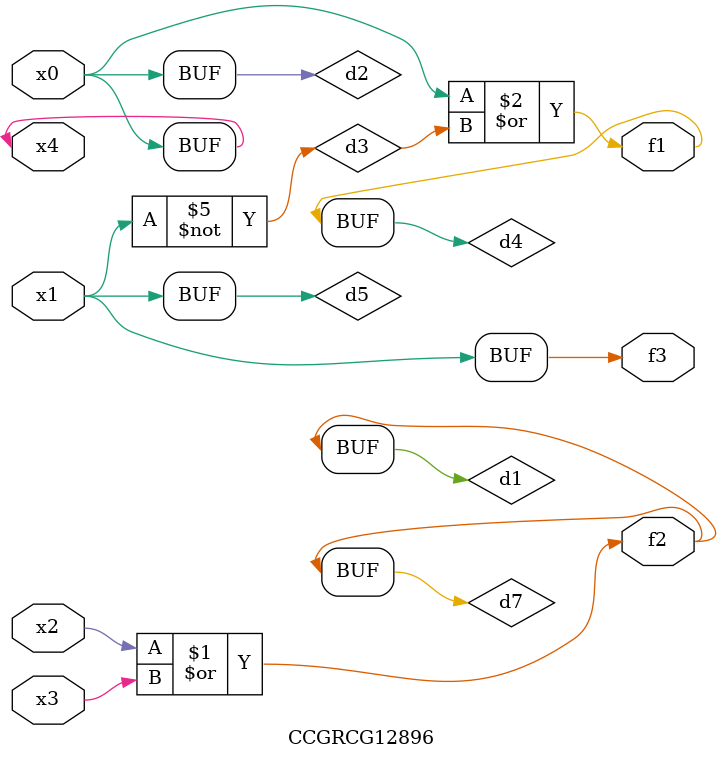
<source format=v>
module CCGRCG12896(
	input x0, x1, x2, x3, x4,
	output f1, f2, f3
);

	wire d1, d2, d3, d4, d5, d6, d7;

	or (d1, x2, x3);
	buf (d2, x0, x4);
	not (d3, x1);
	or (d4, d2, d3);
	not (d5, d3);
	nand (d6, d1, d3);
	or (d7, d1);
	assign f1 = d4;
	assign f2 = d7;
	assign f3 = d5;
endmodule

</source>
